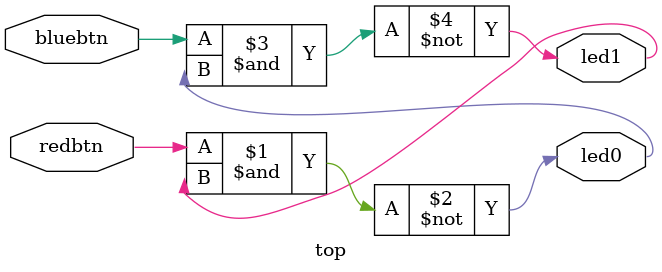
<source format=v>

/*
module forward(out, in);

  input in;
  output out;

  assign out = !in;
   
endmodule
*/

module top(redbtn, bluebtn, led0, led1);
  input redbtn, bluebtn;
  output led0, led1;
  
 
 // assign w0 = led0 = !redbtn  ~&   led1  ;
  //assign w1 = led1 = !bluebtn ~&   led0  ;
  
  nand(led0, redbtn, led1);
  nand(led1, bluebtn, led0); 

 // wire redbtn, bluebtn, led[0:1];
 // forward  fwd1(led0, redbtn);
 // forward  fwd2(led1, bluebtn);

endmodule
</source>
